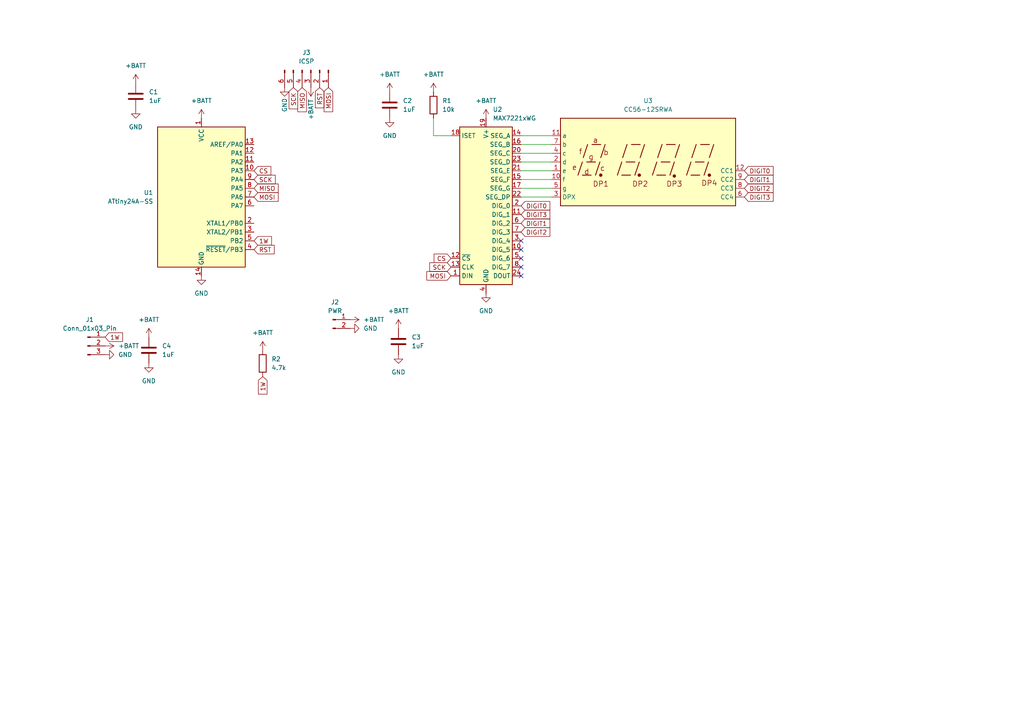
<source format=kicad_sch>
(kicad_sch (version 20230121) (generator eeschema)
  (paper "A4")
  (lib_symbols
    (symbol "Connector:Conn_01x02_Pin" (pin_names (offset 1.016) hide)
      (property "Reference" "J" (at 0 2.54 0))
      (property "Value" "Conn_01x02_Pin" (at 0 -5.08 0))
      (symbol "Conn_01x02_Pin_1_1"
        (polyline (pts (xy 1.27 -2.54) (xy 0.8636 -2.54)) (stroke (width 0.1524)))
        (polyline (pts (xy 1.27 0) (xy 0.8636 0)) (stroke (width 0.1524)))
        (rectangle (start 0.8636 -2.413) (end 0 -2.667) (stroke (width 0.1524)) (fill (type outline)))
        (rectangle (start 0.8636 0.127) (end 0 -0.127) (stroke (width 0.1524)) (fill (type outline)))
        (pin passive line (at 5.08 0 180) (length 3.81) (name "Pin_1") (number "1"))
        (pin passive line (at 5.08 -2.54 180) (length 3.81) (name "Pin_2") (number "2"))
      )
    )
    (symbol "Connector:Conn_01x03_Pin" (pin_names (offset 1.016) hide)
      (property "Reference" "J" (at 0 5.08 0))
      (property "Value" "Conn_01x03_Pin" (at 0 -5.08 0))
      (symbol "Conn_01x03_Pin_1_1"
        (polyline (pts (xy 1.27 -2.54) (xy 0.8636 -2.54)) (stroke (width 0.1524)))
        (polyline (pts (xy 1.27 0) (xy 0.8636 0)) (stroke (width 0.1524)))
        (polyline (pts (xy 1.27 2.54) (xy 0.8636 2.54)) (stroke (width 0.1524)))
        (rectangle (start 0.8636 -2.413) (end 0 -2.667) (stroke (width 0.1524)) (fill (type outline)))
        (rectangle (start 0.8636 0.127) (end 0 -0.127) (stroke (width 0.1524)) (fill (type outline)))
        (rectangle (start 0.8636 2.667) (end 0 2.413) (stroke (width 0.1524)) (fill (type outline)))
        (pin passive line (at 5.08 2.54 180) (length 3.81) (name "Pin_1") (number "1"))
        (pin passive line (at 5.08 0 180) (length 3.81) (name "Pin_2") (number "2"))
        (pin passive line (at 5.08 -2.54 180) (length 3.81) (name "Pin_3") (number "3"))
      )
    )
    (symbol "Connector:Conn_01x06_Pin" (pin_names (offset 1.016) hide)
      (property "Reference" "J" (at 0 7.62 0))
      (property "Value" "Conn_01x06_Pin" (at 0 -10.16 0))
      (symbol "Conn_01x06_Pin_1_1"
        (polyline (pts (xy 1.27 -7.62) (xy 0.8636 -7.62)) (stroke (width 0.1524)))
        (polyline (pts (xy 1.27 -5.08) (xy 0.8636 -5.08)) (stroke (width 0.1524)))
        (polyline (pts (xy 1.27 -2.54) (xy 0.8636 -2.54)) (stroke (width 0.1524)))
        (polyline (pts (xy 1.27 0) (xy 0.8636 0)) (stroke (width 0.1524)))
        (polyline (pts (xy 1.27 2.54) (xy 0.8636 2.54)) (stroke (width 0.1524)))
        (polyline (pts (xy 1.27 5.08) (xy 0.8636 5.08)) (stroke (width 0.1524)))
        (rectangle (start 0.8636 -7.493) (end 0 -7.747) (stroke (width 0.1524)) (fill (type outline)))
        (rectangle (start 0.8636 -4.953) (end 0 -5.207) (stroke (width 0.1524)) (fill (type outline)))
        (rectangle (start 0.8636 -2.413) (end 0 -2.667) (stroke (width 0.1524)) (fill (type outline)))
        (rectangle (start 0.8636 0.127) (end 0 -0.127) (stroke (width 0.1524)) (fill (type outline)))
        (rectangle (start 0.8636 2.667) (end 0 2.413) (stroke (width 0.1524)) (fill (type outline)))
        (rectangle (start 0.8636 5.207) (end 0 4.953) (stroke (width 0.1524)) (fill (type outline)))
        (pin passive line (at 5.08 5.08 180) (length 3.81) (name "Pin_1") (number "1"))
        (pin passive line (at 5.08 2.54 180) (length 3.81) (name "Pin_2") (number "2"))
        (pin passive line (at 5.08 0 180) (length 3.81) (name "Pin_3") (number "3"))
        (pin passive line (at 5.08 -2.54 180) (length 3.81) (name "Pin_4") (number "4"))
        (pin passive line (at 5.08 -5.08 180) (length 3.81) (name "Pin_5") (number "5"))
        (pin passive line (at 5.08 -7.62 180) (length 3.81) (name "Pin_6") (number "6"))
      )
    )
    (symbol "Device:C" (pin_numbers hide) (pin_names (offset 0.254))
      (property "Reference" "C" (at 0.635 2.54 0))
      (property "Value" "C" (at 0.635 -2.54 0))
      (symbol "C_0_1"
        (polyline (pts (xy -2.032 -0.762) (xy 2.032 -0.762)) (stroke (width 0.508)))
        (polyline (pts (xy -2.032 0.762) (xy 2.032 0.762)) (stroke (width 0.508)))
      )
      (symbol "C_1_1"
        (pin passive line (at 0 3.81 270) (length 2.794) (name "~") (number "1"))
        (pin passive line (at 0 -3.81 90) (length 2.794) (name "~") (number "2"))
      )
    )
    (symbol "Device:R" (pin_numbers hide) (pin_names (offset 0))
      (property "Reference" "R" (at 2.032 0 90))
      (property "Value" "R" (at 0 0 90))
      (symbol "R_0_1"
        (rectangle (start -1.016 -2.54) (end 1.016 2.54) (stroke (width 0.254)))
      )
      (symbol "R_1_1"
        (pin passive line (at 0 3.81 270) (length 1.27) (name "~") (number "1"))
        (pin passive line (at 0 -3.81 90) (length 1.27) (name "~") (number "2"))
      )
    )
    (symbol "Display_Character:CC56-12SRWA"
      (property "Reference" "U" (at -24.13 13.97 0))
      (property "Value" "CC56-12SRWA" (at 17.78 13.97 0))
      (symbol "CC56-12SRWA_0_0"
        (rectangle (start -25.4 12.7) (end 25.4 -12.7) (stroke (width 0.254)) (fill (type background)))
        (polyline (pts (xy -20.32 -3.81) (xy -19.05 0)) (stroke (width 0.254)))
        (polyline (pts (xy -19.05 -3.81) (xy -16.51 -3.81)) (stroke (width 0.254)))
        (polyline (pts (xy -18.796 1.27) (xy -17.526 5.08)) (stroke (width 0.254)))
        (polyline (pts (xy -17.78 0) (xy -15.24 0)) (stroke (width 0.254)))
        (polyline (pts (xy -16.256 5.08) (xy -13.716 5.08)) (stroke (width 0.254)))
        (polyline (pts (xy -15.24 -3.81) (xy -13.97 0)) (stroke (width 0.254)))
        (polyline (pts (xy -13.716 1.27) (xy -12.446 5.08)) (stroke (width 0.254)))
        (polyline (pts (xy -8.89 -3.81) (xy -7.62 0)) (stroke (width 0.254)))
        (polyline (pts (xy -7.62 -3.81) (xy -5.08 -3.81)) (stroke (width 0.254)))
        (polyline (pts (xy -7.366 1.27) (xy -6.096 5.08)) (stroke (width 0.254)))
        (polyline (pts (xy -6.35 0) (xy -3.81 0)) (stroke (width 0.254)))
        (polyline (pts (xy -4.826 5.08) (xy -2.286 5.08)) (stroke (width 0.254)))
        (polyline (pts (xy -3.81 -3.81) (xy -2.54 0)) (stroke (width 0.254)))
        (polyline (pts (xy -2.286 1.27) (xy -1.016 5.08)) (stroke (width 0.254)))
        (polyline (pts (xy 1.27 -3.81) (xy 2.54 0)) (stroke (width 0.254)))
        (polyline (pts (xy 2.54 -3.81) (xy 5.08 -3.81)) (stroke (width 0.254)))
        (polyline (pts (xy 2.794 1.27) (xy 4.064 5.08)) (stroke (width 0.254)))
        (polyline (pts (xy 3.81 0) (xy 6.35 0)) (stroke (width 0.254)))
        (polyline (pts (xy 5.334 5.08) (xy 7.874 5.08)) (stroke (width 0.254)))
        (polyline (pts (xy 6.35 -3.81) (xy 7.62 0)) (stroke (width 0.254)))
        (polyline (pts (xy 7.874 1.27) (xy 9.144 5.08)) (stroke (width 0.254)))
        (polyline (pts (xy 11.176 -3.81) (xy 12.446 0)) (stroke (width 0.254)))
        (polyline (pts (xy 12.446 -3.81) (xy 14.986 -3.81)) (stroke (width 0.254)))
        (polyline (pts (xy 12.7 1.27) (xy 13.97 5.08)) (stroke (width 0.254)))
        (polyline (pts (xy 13.716 0) (xy 16.256 0)) (stroke (width 0.254)))
        (polyline (pts (xy 15.24 5.08) (xy 17.78 5.08)) (stroke (width 0.254)))
        (polyline (pts (xy 16.256 -3.81) (xy 17.526 0)) (stroke (width 0.254)))
        (polyline (pts (xy 17.78 1.27) (xy 19.05 5.08)) (stroke (width 0.254)))
        (text "a" (at -15.24 6.35 0) (effects (font (size 1.524 1.524))))
        (text "b" (at -12.192 2.794 0) (effects (font (size 1.524 1.524))))
        (text "c" (at -13.208 -1.778 0) (effects (font (size 1.524 1.524))))
        (text "d" (at -17.78 -2.794 0) (effects (font (size 1.524 1.524))))
        (text "DP1" (at -13.716 -6.35 0) (effects (font (size 1.524 1.524))))
        (text "DP2" (at -2.286 -6.35 0) (effects (font (size 1.524 1.524))))
        (text "DP3" (at 7.62 -6.35 0) (effects (font (size 1.524 1.524))))
        (text "DP4" (at 17.78 -6.096 0) (effects (font (size 1.524 1.524))))
        (text "e" (at -21.336 -1.524 0) (effects (font (size 1.524 1.524))))
        (text "f" (at -19.558 3.048 0) (effects (font (size 1.524 1.524))))
        (text "g" (at -16.51 1.524 0) (effects (font (size 1.524 1.524))))
      )
      (symbol "CC56-12SRWA_0_1"
        (circle (center -13.716 -3.81) (radius 0.3556) (stroke (width 0.254)) (fill (type outline)))
        (circle (center -2.54 -3.81) (radius 0.3556) (stroke (width 0.254)) (fill (type outline)))
      )
      (symbol "CC56-12SRWA_1_0"
        (circle (center 7.62 -4.064) (radius 0.3556) (stroke (width 0.254)) (fill (type outline)))
        (circle (center 17.78 -3.81) (radius 0.3556) (stroke (width 0.254)) (fill (type outline)))
      )
      (symbol "CC56-12SRWA_1_1"
        (pin input line (at -27.94 -2.54 0) (length 2.54) (name "e") (number "1"))
        (pin input line (at -27.94 -5.08 0) (length 2.54) (name "f") (number "10"))
        (pin input line (at -27.94 7.62 0) (length 2.54) (name "a") (number "11"))
        (pin input line (at 27.94 -2.54 180) (length 2.54) (name "CC1") (number "12"))
        (pin input line (at -27.94 0 0) (length 2.54) (name "d") (number "2"))
        (pin input line (at -27.94 -10.16 0) (length 2.54) (name "DPX") (number "3"))
        (pin input line (at -27.94 2.54 0) (length 2.54) (name "c") (number "4"))
        (pin input line (at -27.94 -7.62 0) (length 2.54) (name "g") (number "5"))
        (pin input line (at 27.94 -10.16 180) (length 2.54) (name "CC4") (number "6"))
        (pin input line (at -27.94 5.08 0) (length 2.54) (name "b") (number "7"))
        (pin input line (at 27.94 -7.62 180) (length 2.54) (name "CC3") (number "8"))
        (pin input line (at 27.94 -5.08 180) (length 2.54) (name "CC2") (number "9"))
      )
    )
    (symbol "Driver_LED:MAX7221xWG"
      (property "Reference" "U" (at -6.35 24.13 0))
      (property "Value" "MAX7221xWG" (at 1.27 25.4 0))
      (symbol "MAX7221xWG_0_1"
        (rectangle (start -7.62 22.86) (end 7.62 -22.86) (stroke (width 0.254)) (fill (type background)))
      )
      (symbol "MAX7221xWG_1_1"
        (pin input line (at -10.16 -20.32 0) (length 2.54) (name "DIN") (number "1"))
        (pin open_collector line (at 10.16 -12.7 180) (length 2.54) (name "DIG_5") (number "10"))
        (pin open_collector line (at 10.16 -2.54 180) (length 2.54) (name "DIG_1") (number "11"))
        (pin input line (at -10.16 -15.24 0) (length 2.54) (name "~{CS}") (number "12"))
        (pin input line (at -10.16 -17.78 0) (length 2.54) (name "CLK") (number "13"))
        (pin open_emitter line (at 10.16 20.32 180) (length 2.54) (name "SEG_A") (number "14"))
        (pin open_emitter line (at 10.16 7.62 180) (length 2.54) (name "SEG_F") (number "15"))
        (pin open_emitter line (at 10.16 17.78 180) (length 2.54) (name "SEG_B") (number "16"))
        (pin open_emitter line (at 10.16 5.08 180) (length 2.54) (name "SEG_G") (number "17"))
        (pin input line (at -10.16 20.32 0) (length 2.54) (name "ISET") (number "18"))
        (pin power_in line (at 0 25.4 270) (length 2.54) (name "V+") (number "19"))
        (pin open_collector line (at 10.16 0 180) (length 2.54) (name "DIG_0") (number "2"))
        (pin open_emitter line (at 10.16 15.24 180) (length 2.54) (name "SEG_C") (number "20"))
        (pin open_emitter line (at 10.16 10.16 180) (length 2.54) (name "SEG_E") (number "21"))
        (pin open_emitter line (at 10.16 2.54 180) (length 2.54) (name "SEG_DP") (number "22"))
        (pin open_emitter line (at 10.16 12.7 180) (length 2.54) (name "SEG_D") (number "23"))
        (pin output line (at 10.16 -20.32 180) (length 2.54) (name "DOUT") (number "24"))
        (pin open_collector line (at 10.16 -10.16 180) (length 2.54) (name "DIG_4") (number "3"))
        (pin power_in line (at 0 -25.4 90) (length 2.54) (name "GND") (number "4"))
        (pin open_collector line (at 10.16 -15.24 180) (length 2.54) (name "DIG_6") (number "5"))
        (pin open_collector line (at 10.16 -5.08 180) (length 2.54) (name "DIG_2") (number "6"))
        (pin open_collector line (at 10.16 -7.62 180) (length 2.54) (name "DIG_3") (number "7"))
        (pin open_collector line (at 10.16 -17.78 180) (length 2.54) (name "DIG_7") (number "8"))
        (pin passive line (at 0 -25.4 90) (length 2.54) hide (name "GND") (number "9"))
      )
    )
    (symbol "MCU_Microchip_ATtiny:ATtiny24A-SS"
      (property "Reference" "U" (at -12.7 21.59 0))
      (property "Value" "ATtiny24A-SS" (at 2.54 -21.59 0))
      (symbol "ATtiny24A-SS_0_1"
        (rectangle (start -12.7 -20.32) (end 12.7 20.32) (stroke (width 0.254)) (fill (type background)))
      )
      (symbol "ATtiny24A-SS_1_1"
        (pin power_in line (at 0 22.86 270) (length 2.54) (name "VCC") (number "1"))
        (pin bidirectional line (at 15.24 7.62 180) (length 2.54) (name "PA3") (number "10"))
        (pin bidirectional line (at 15.24 10.16 180) (length 2.54) (name "PA2") (number "11"))
        (pin bidirectional line (at 15.24 12.7 180) (length 2.54) (name "PA1") (number "12"))
        (pin bidirectional line (at 15.24 15.24 180) (length 2.54) (name "AREF/PA0") (number "13"))
        (pin power_in line (at 0 -22.86 90) (length 2.54) (name "GND") (number "14"))
        (pin bidirectional line (at 15.24 -7.62 180) (length 2.54) (name "XTAL1/PB0") (number "2"))
        (pin bidirectional line (at 15.24 -10.16 180) (length 2.54) (name "XTAL2/PB1") (number "3"))
        (pin bidirectional line (at 15.24 -15.24 180) (length 2.54) (name "~{RESET}/PB3") (number "4"))
        (pin bidirectional line (at 15.24 -12.7 180) (length 2.54) (name "PB2") (number "5"))
        (pin bidirectional line (at 15.24 -2.54 180) (length 2.54) (name "PA7") (number "6"))
        (pin bidirectional line (at 15.24 0 180) (length 2.54) (name "PA6") (number "7"))
        (pin bidirectional line (at 15.24 2.54 180) (length 2.54) (name "PA5") (number "8"))
        (pin bidirectional line (at 15.24 5.08 180) (length 2.54) (name "PA4") (number "9"))
      )
    )
    (symbol "power:+BATT" (power) (pin_names (offset 0))
      (property "Value" "+BATT" (at 0 3.556 0))
      (symbol "+BATT_0_1"
        (polyline (pts (xy -0.762 1.27) (xy 0 2.54)))
        (polyline (pts (xy 0 0) (xy 0 2.54)))
        (polyline (pts (xy 0 2.54) (xy 0.762 1.27)))
      )
      (symbol "+BATT_1_1"
        (pin power_in line (at 0 0 90) (length 0) hide (name "+BATT") (number "1"))
      )
    )
    (symbol "power:GND" (power) (pin_names (offset 0))
      (property "Value" "GND" (at 0 -3.81 0))
      (symbol "GND_0_1"
        (polyline (pts (xy 0 0) (xy 0 -1.27) (xy 1.27 -1.27) (xy 0 -2.54) (xy -1.27 -1.27) (xy 0 -1.27)))
      )
      (symbol "GND_1_1"
        (pin power_in line (at 0 0 270) (length 0) hide (name "GND") (number "1"))
      )
    )
  )
  (no_connect (at 151.13 69.85))
  (no_connect (at 151.13 77.47))
  (no_connect (at 151.13 72.39))
  (no_connect (at 151.13 80.01))
  (no_connect (at 151.13 74.93))
  (wire (pts (xy 151.13 46.99) (xy 160.02 46.99)))
  (wire (pts (xy 151.13 57.15) (xy 160.02 57.15)))
  (wire (pts (xy 151.13 39.37) (xy 160.02 39.37)))
  (wire (pts (xy 151.13 41.91) (xy 160.02 41.91)))
  (wire (pts (xy 125.73 39.37) (xy 125.73 34.29)))
  (wire (pts (xy 130.81 39.37) (xy 125.73 39.37)))
  (wire (pts (xy 151.13 44.45) (xy 160.02 44.45)))
  (wire (pts (xy 151.13 54.61) (xy 160.02 54.61)))
  (wire (pts (xy 151.13 49.53) (xy 160.02 49.53)))
  (wire (pts (xy 151.13 52.07) (xy 160.02 52.07)))
  (global_label "SCK" (shape input) (at 130.81 77.47 180) (property "Intersheetrefs" "${INTERSHEET_REFS}" (effects hide)))
  (global_label "MISO" (shape input) (at 73.66 54.61 0) (property "Intersheetrefs" "${INTERSHEET_REFS}" (effects hide)))
  (global_label "CS" (shape input) (at 73.66 49.53 0) (property "Intersheetrefs" "${INTERSHEET_REFS}" (effects hide)))
  (global_label "SCK" (shape input) (at 73.66 52.07 0) (property "Intersheetrefs" "${INTERSHEET_REFS}" (effects hide)))
  (global_label "DIGIT2" (shape input) (at 215.9 54.61 0) (property "Intersheetrefs" "${INTERSHEET_REFS}" (effects hide)))
  (global_label "SCK" (shape input) (at 85.09 25.4 270) (property "Intersheetrefs" "${INTERSHEET_REFS}" (effects hide)))
  (global_label "1W" (shape input) (at 30.48 97.79 0) (property "Intersheetrefs" "${INTERSHEET_REFS}" (effects hide)))
  (global_label "RST" (shape input) (at 92.71 25.4 270) (property "Intersheetrefs" "${INTERSHEET_REFS}" (effects hide)))
  (global_label "DIGIT2" (shape input) (at 151.13 67.31 0) (property "Intersheetrefs" "${INTERSHEET_REFS}" (effects hide)))
  (global_label "DIGIT1" (shape input) (at 151.13 64.77 0) (property "Intersheetrefs" "${INTERSHEET_REFS}" (effects hide)))
  (global_label "MISO" (shape input) (at 87.63 25.4 270) (property "Intersheetrefs" "${INTERSHEET_REFS}" (effects hide)))
  (global_label "CS" (shape input) (at 130.81 74.93 180) (property "Intersheetrefs" "${INTERSHEET_REFS}" (effects hide)))
  (global_label "DIGIT0" (shape input) (at 215.9 49.53 0) (property "Intersheetrefs" "${INTERSHEET_REFS}" (effects hide)))
  (global_label "DIGIT3" (shape input) (at 151.13 62.23 0) (property "Intersheetrefs" "${INTERSHEET_REFS}" (effects hide)))
  (global_label "1W" (shape input) (at 73.66 69.85 0) (property "Intersheetrefs" "${INTERSHEET_REFS}" (effects hide)))
  (global_label "1W" (shape input) (at 76.2 109.22 270) (property "Intersheetrefs" "${INTERSHEET_REFS}" (effects hide)))
  (global_label "RST" (shape input) (at 73.66 72.39 0) (property "Intersheetrefs" "${INTERSHEET_REFS}" (effects hide)))
  (global_label "DIGIT1" (shape input) (at 215.9 52.07 0) (property "Intersheetrefs" "${INTERSHEET_REFS}" (effects hide)))
  (global_label "MOSI" (shape input) (at 130.81 80.01 180) (property "Intersheetrefs" "${INTERSHEET_REFS}" (effects hide)))
  (global_label "MOSI" (shape input) (at 95.25 25.4 270) (property "Intersheetrefs" "${INTERSHEET_REFS}" (effects hide)))
  (global_label "MOSI" (shape input) (at 73.66 57.15 0) (property "Intersheetrefs" "${INTERSHEET_REFS}" (effects hide)))
  (global_label "DIGIT0" (shape input) (at 151.13 59.69 0) (property "Intersheetrefs" "${INTERSHEET_REFS}" (effects hide)))
  (global_label "DIGIT3" (shape input) (at 215.9 57.15 0) (property "Intersheetrefs" "${INTERSHEET_REFS}" (effects hide)))
  (symbol (lib_id "Driver_LED:MAX7221xWG") (at 140.97 59.69 0) (unit 1)
    (property "Reference" "U2" (at 142.9259 31.75 0) (effects (justify left)))
    (property "Value" "MAX7221xWG" (at 142.9259 34.29 0) (effects (justify left)))
    (property "Footprint" "Package_SO:SOIC-24W_7.5x15.4mm_P1.27mm" (effects hide))
    (property "Datasheet" "https://datasheets.maximintegrated.com/en/ds/MAX7219-MAX7221.pdf" (effects hide))
  )
  (symbol (lib_id "power:GND") (at 82.55 25.4 0) (unit 1)
    (property "Reference" "#PWR015" (effects hide))
    (property "Value" "GND" (at 82.55 30.48 90))
  )
  (symbol (lib_id "Device:R") (at 125.73 30.48 0) (unit 1)
    (property "Reference" "R1" (at 128.27 29.21 0) (effects (justify left)))
    (property "Value" "10k" (at 128.27 31.75 0) (effects (justify left)))
    (property "Footprint" "Resistor_SMD:R_0805_2012Metric_Pad1.20x1.40mm_HandSolder" (effects hide))
  )
  (symbol (lib_id "power:GND") (at 39.37 31.75 0) (unit 1)
    (property "Reference" "#PWR06" (effects hide))
    (property "Value" "GND" (at 39.37 36.83 0))
  )
  (symbol (lib_id "Device:C") (at 115.57 99.06 0) (unit 1)
    (property "Reference" "C3" (at 119.38 97.79 0) (effects (justify left)))
    (property "Value" "1uF" (at 119.38 100.33 0) (effects (justify left)))
    (property "Footprint" "Capacitor_SMD:C_0805_2012Metric_Pad1.18x1.45mm_HandSolder" (effects hide))
  )
  (symbol (lib_id "Display_Character:CC56-12SRWA") (at 187.96 46.99 0) (unit 1)
    (property "Reference" "U3" (at 187.96 29.21 0))
    (property "Value" "CC56-12SRWA" (at 187.96 31.75 0))
    (property "Footprint" "Display_7Segment:CC56-12GWA" (effects hide))
    (property "Datasheet" "http://www.kingbrightusa.com/images/catalog/SPEC/CC56-12SRWA.pdf" (effects hide))
  )
  (symbol (lib_id "power:GND") (at 58.42 80.01 0) (unit 1)
    (property "Reference" "#PWR04" (effects hide))
    (property "Value" "GND" (at 58.42 85.09 0))
  )
  (symbol (lib_id "power:+BATT") (at 115.57 95.25 0) (unit 1)
    (property "Reference" "#PWR017" (effects hide))
    (property "Value" "+BATT" (at 115.57 90.17 0))
  )
  (symbol (lib_id "power:+BATT") (at 43.18 97.79 0) (unit 1)
    (property "Reference" "#PWR019" (effects hide))
    (property "Value" "+BATT" (at 43.18 92.71 0))
  )
  (symbol (lib_id "power:GND") (at 140.97 85.09 0) (unit 1)
    (property "Reference" "#PWR02" (effects hide))
    (property "Value" "GND" (at 140.97 90.17 0))
  )
  (symbol (lib_id "power:+BATT") (at 58.42 34.29 0) (unit 1)
    (property "Reference" "#PWR03" (effects hide))
    (property "Value" "+BATT" (at 58.42 29.21 0))
  )
  (symbol (lib_id "Device:C") (at 39.37 27.94 0) (unit 1)
    (property "Reference" "C1" (at 43.18 26.67 0) (effects (justify left)))
    (property "Value" "1uF" (at 43.18 29.21 0) (effects (justify left)))
    (property "Footprint" "Capacitor_SMD:C_0805_2012Metric_Pad1.18x1.45mm_HandSolder" (effects hide))
  )
  (symbol (lib_id "power:+BATT") (at 140.97 34.29 0) (unit 1)
    (property "Reference" "#PWR01" (effects hide))
    (property "Value" "+BATT" (at 140.97 29.21 0))
  )
  (symbol (lib_id "Connector:Conn_01x03_Pin") (at 25.4 100.33 0) (unit 1)
    (property "Reference" "J1" (at 26.035 92.71 0))
    (property "Value" "Conn_01x03_Pin" (at 26.035 95.25 0))
    (property "Footprint" "Connector_PinHeader_2.00mm:PinHeader_1x03_P2.00mm_Vertical" (effects hide))
  )
  (symbol (lib_id "power:+BATT") (at 125.73 26.67 0) (unit 1)
    (property "Reference" "#PWR09" (effects hide))
    (property "Value" "+BATT" (at 125.73 21.59 0))
  )
  (symbol (lib_id "power:+BATT") (at 113.03 26.67 0) (unit 1)
    (property "Reference" "#PWR07" (effects hide))
    (property "Value" "+BATT" (at 113.03 21.59 0))
  )
  (symbol (lib_id "power:GND") (at 101.6 95.25 90) (unit 1)
    (property "Reference" "#PWR012" (effects hide))
    (property "Value" "GND" (at 105.41 95.25 90) (effects (justify right)))
  )
  (symbol (lib_id "Device:R") (at 76.2 105.41 0) (unit 1)
    (property "Reference" "R2" (at 78.74 104.14 0) (effects (justify left)))
    (property "Value" "4.7k" (at 78.74 106.68 0) (effects (justify left)))
    (property "Footprint" "Resistor_SMD:R_0805_2012Metric_Pad1.20x1.40mm_HandSolder" (effects hide))
  )
  (symbol (lib_id "power:GND") (at 43.18 105.41 0) (unit 1)
    (property "Reference" "#PWR020" (effects hide))
    (property "Value" "GND" (at 43.18 110.49 0))
  )
  (symbol (lib_id "Connector:Conn_01x06_Pin") (at 90.17 20.32 270) (unit 1)
    (property "Reference" "J3" (at 88.9 15.24 90))
    (property "Value" "ICSP" (at 88.9 17.78 90))
    (property "Footprint" "Connector_PinHeader_2.54mm:PinHeader_1x06_P2.54mm_Vertical" (effects hide))
  )
  (symbol (lib_id "Connector:Conn_01x02_Pin") (at 96.52 92.71 0) (unit 1)
    (property "Reference" "J2" (at 97.155 87.63 0))
    (property "Value" "PWR" (at 97.155 90.17 0))
    (property "Footprint" "Connector_PinHeader_2.54mm:PinHeader_1x02_P2.54mm_Vertical" (effects hide))
  )
  (symbol (lib_id "MCU_Microchip_ATtiny:ATtiny24A-SS") (at 58.42 57.15 0) (unit 1)
    (property "Reference" "U1" (at 44.45 55.88 0) (effects (justify right)))
    (property "Value" "ATtiny24A-SS" (at 44.45 58.42 0) (effects (justify right)))
    (property "Footprint" "Package_SO:SOIC-14_3.9x8.7mm_P1.27mm" (effects hide))
    (property "Datasheet" "http://ww1.microchip.com/downloads/en/DeviceDoc/doc8183.pdf" (effects hide))
  )
  (symbol (lib_id "power:+BATT") (at 101.6 92.71 270) (unit 1)
    (property "Reference" "#PWR013" (effects hide))
    (property "Value" "+BATT" (at 105.41 92.71 90) (effects (justify left)))
  )
  (symbol (lib_id "Device:C") (at 113.03 30.48 0) (unit 1)
    (property "Reference" "C2" (at 116.84 29.21 0) (effects (justify left)))
    (property "Value" "1uF" (at 116.84 31.75 0) (effects (justify left)))
    (property "Footprint" "Capacitor_SMD:C_0805_2012Metric_Pad1.18x1.45mm_HandSolder" (effects hide))
  )
  (symbol (lib_id "power:GND") (at 30.48 102.87 90) (unit 1)
    (property "Reference" "#PWR011" (effects hide))
    (property "Value" "GND" (at 34.29 102.87 90) (effects (justify right)))
  )
  (symbol (lib_id "power:+BATT") (at 30.48 100.33 270) (unit 1)
    (property "Reference" "#PWR010" (effects hide))
    (property "Value" "+BATT" (at 34.29 100.33 90) (effects (justify left)))
  )
  (symbol (lib_id "Device:C") (at 43.18 101.6 0) (unit 1)
    (property "Reference" "C4" (at 46.99 100.33 0) (effects (justify left)))
    (property "Value" "1uF" (at 46.99 102.87 0) (effects (justify left)))
    (property "Footprint" "Capacitor_SMD:C_0805_2012Metric_Pad1.18x1.45mm_HandSolder" (effects hide))
  )
  (symbol (lib_id "power:+BATT") (at 39.37 24.13 0) (unit 1)
    (property "Reference" "#PWR05" (effects hide))
    (property "Value" "+BATT" (at 39.37 19.05 0))
  )
  (symbol (lib_id "power:GND") (at 115.57 102.87 0) (unit 1)
    (property "Reference" "#PWR018" (effects hide))
    (property "Value" "GND" (at 115.57 107.95 0))
  )
  (symbol (lib_id "power:GND") (at 113.03 34.29 0) (unit 1)
    (property "Reference" "#PWR08" (effects hide))
    (property "Value" "GND" (at 113.03 39.37 0))
  )
  (symbol (lib_id "power:+BATT") (at 76.2 101.6 0) (unit 1)
    (property "Reference" "#PWR014" (effects hide))
    (property "Value" "+BATT" (at 76.2 96.52 0))
  )
  (symbol (lib_id "power:+BATT") (at 90.17 25.4 180) (unit 1)
    (property "Reference" "#PWR016" (effects hide))
    (property "Value" "+BATT" (at 90.17 31.75 90))
  )
)
</source>
